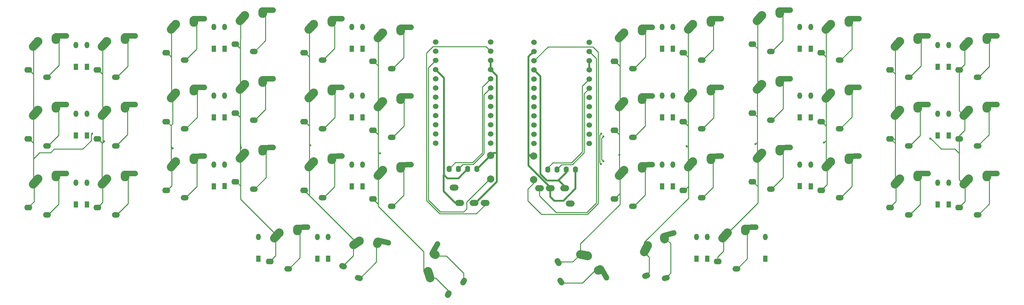
<source format=gtl>
G04 #@! TF.GenerationSoftware,KiCad,Pcbnew,(5.1.4)-1*
G04 #@! TF.CreationDate,2023-05-20T18:47:32-04:00*
G04 #@! TF.ProjectId,corne-light,636f726e-652d-46c6-9967-68742e6b6963,2.0*
G04 #@! TF.SameCoordinates,Original*
G04 #@! TF.FileFunction,Copper,L1,Top*
G04 #@! TF.FilePolarity,Positive*
%FSLAX46Y46*%
G04 Gerber Fmt 4.6, Leading zero omitted, Abs format (unit mm)*
G04 Created by KiCad (PCBNEW (5.1.4)-1) date 2023-05-20 18:47:32*
%MOMM*%
%LPD*%
G04 APERTURE LIST*
%ADD10O,1.300000X1.778000*%
%ADD11R,1.300000X1.778000*%
%ADD12O,1.397000X1.778000*%
%ADD13O,2.500000X1.700000*%
%ADD14C,2.000000*%
%ADD15C,2.400000*%
%ADD16C,2.400000*%
%ADD17C,1.500000*%
%ADD18C,1.500000*%
%ADD19C,1.600000*%
%ADD20C,1.600000*%
%ADD21O,2.400000X2.950000*%
%ADD22O,2.200000X1.600000*%
%ADD23O,2.200000X1.500000*%
%ADD24C,1.524000*%
%ADD25C,0.600000*%
%ADD26C,0.254000*%
%ADD27C,0.250000*%
%ADD28C,0.508000*%
%ADD29C,0.500000*%
G04 APERTURE END LIST*
D10*
X30187500Y-80916875D03*
D11*
X30187500Y-86916875D03*
D10*
X33187500Y-80920000D03*
D11*
X33187500Y-86920000D03*
D10*
X270684847Y-80920432D03*
D11*
X270684847Y-86920432D03*
D10*
X109187500Y-56920000D03*
D11*
X109187500Y-62920000D03*
D10*
X191684847Y-56920432D03*
D11*
X191684847Y-62920432D03*
D10*
X194684847Y-56920432D03*
D11*
X194684847Y-62920432D03*
D10*
X229684847Y-56915432D03*
D11*
X229684847Y-62915432D03*
D10*
X232684847Y-56920432D03*
D11*
X232684847Y-62920432D03*
D10*
X267684847Y-61920432D03*
D11*
X267684847Y-67920432D03*
D10*
X270684847Y-61920432D03*
D11*
X270684847Y-67920432D03*
D10*
X191684847Y-37920432D03*
D11*
X191684847Y-43920432D03*
D10*
X194684847Y-37920432D03*
D11*
X194684847Y-43920432D03*
D10*
X229684847Y-37915432D03*
D11*
X229684847Y-43915432D03*
D10*
X232684847Y-37920432D03*
D11*
X232684847Y-43920432D03*
D10*
X267684847Y-42920432D03*
D11*
X267684847Y-48920432D03*
D10*
X270684847Y-42920432D03*
D11*
X270684847Y-48920432D03*
D10*
X201194847Y-95915432D03*
D11*
X201194847Y-101915432D03*
D10*
X204194847Y-95915432D03*
D11*
X204194847Y-101915432D03*
D10*
X220184847Y-95930432D03*
D11*
X220184847Y-101930432D03*
D10*
X191684847Y-75920432D03*
D11*
X191684847Y-81920432D03*
D10*
X194684847Y-75920432D03*
D11*
X194684847Y-81920432D03*
D10*
X229684847Y-75915432D03*
D11*
X229684847Y-81915432D03*
D10*
X232684847Y-75920432D03*
D11*
X232684847Y-81920432D03*
D10*
X267684847Y-80920432D03*
D11*
X267684847Y-86920432D03*
D10*
X30187500Y-42916875D03*
D11*
X30187500Y-48916875D03*
D10*
X33187500Y-42920000D03*
D11*
X33187500Y-48920000D03*
D10*
X68187500Y-37920000D03*
D11*
X68187500Y-43920000D03*
D10*
X71187500Y-37915000D03*
D11*
X71187500Y-43915000D03*
D10*
X106187500Y-37920000D03*
D11*
X106187500Y-43920000D03*
D10*
X109187500Y-37920000D03*
D11*
X109187500Y-43920000D03*
D10*
X30187500Y-61916875D03*
D11*
X30187500Y-67916875D03*
D10*
X33187500Y-61920000D03*
D11*
X33187500Y-67920000D03*
D10*
X68187500Y-56920000D03*
D11*
X68187500Y-62920000D03*
D10*
X71187500Y-56915000D03*
D11*
X71187500Y-62915000D03*
D10*
X106187500Y-56920000D03*
D11*
X106187500Y-62920000D03*
D10*
X68187500Y-75920000D03*
D11*
X68187500Y-81920000D03*
D10*
X71187500Y-75915000D03*
D11*
X71187500Y-81915000D03*
D10*
X106187500Y-75920000D03*
D11*
X106187500Y-81920000D03*
D10*
X109187500Y-75920000D03*
D11*
X109187500Y-81920000D03*
D10*
X80507500Y-95910000D03*
D11*
X80507500Y-101910000D03*
D10*
X96687500Y-95905000D03*
D11*
X96687500Y-101905000D03*
D10*
X99687500Y-95905000D03*
D11*
X99687500Y-101905000D03*
D12*
X167877500Y-77310000D03*
X165337500Y-77310000D03*
X162797500Y-77310000D03*
X160257500Y-77310000D03*
X140648500Y-77168000D03*
X138108500Y-77168000D03*
X135568500Y-77168000D03*
X133028500Y-77168000D03*
D13*
X166407847Y-86665432D03*
X164907847Y-82465432D03*
X160907847Y-82465432D03*
X157907847Y-82465432D03*
X134414500Y-82332000D03*
X135914500Y-86532000D03*
X139914500Y-86532000D03*
X142914500Y-86532000D03*
D14*
X156374847Y-73567432D03*
X156374847Y-80067432D03*
X144504500Y-73421000D03*
X144504500Y-79921000D03*
D15*
X170221360Y-100937447D03*
D16*
X171199508Y-101145359D02*
X169243212Y-100729535D01*
D15*
X174341769Y-105060496D03*
D16*
X174579926Y-104922996D02*
X174103612Y-105197996D01*
D15*
X171148949Y-101130368D03*
D17*
X175682996Y-105902767D03*
D18*
X174947065Y-104653405D02*
X176418927Y-107152129D01*
D19*
X163007348Y-102828702D03*
D20*
X162857348Y-102568894D02*
X163157348Y-103088510D01*
D17*
X163825297Y-108245432D03*
D18*
X163650297Y-107942323D02*
X164000297Y-108548541D01*
D15*
X127520118Y-106359840D03*
D16*
X127211101Y-105408783D02*
X127829135Y-107310897D01*
D15*
X129030578Y-100729936D03*
D16*
X128792421Y-100592436D02*
X129268735Y-100867436D01*
D15*
X127223398Y-105460064D03*
D17*
X129089393Y-99147264D03*
D18*
X128375379Y-100409280D02*
X129803407Y-97885248D01*
D19*
X132764999Y-111661730D03*
D20*
X132614999Y-111921538D02*
X132914999Y-111401922D01*
D17*
X137047050Y-108245000D03*
D18*
X136872050Y-108548109D02*
X137222050Y-107941891D01*
D15*
X114056631Y-78251855D03*
D16*
X114725762Y-77508710D02*
X113387500Y-78995000D01*
D21*
X119687500Y-76745000D03*
D15*
X114687500Y-77545000D03*
D17*
X121087542Y-76004599D03*
D18*
X119637597Y-76017252D02*
X122537487Y-75991946D01*
D22*
X112087500Y-85445000D03*
D23*
X117187500Y-87445000D03*
D15*
X199553978Y-56877287D03*
D16*
X200223109Y-56134142D02*
X198884847Y-57620432D01*
D21*
X205184847Y-55370432D03*
D15*
X200184847Y-56170432D03*
D17*
X206584889Y-54630031D03*
D18*
X205134944Y-54642684D02*
X208034834Y-54617378D01*
D22*
X197584847Y-64070432D03*
D23*
X202684847Y-66070432D03*
D15*
X95056631Y-56876855D03*
D16*
X95725762Y-56133710D02*
X94387500Y-57620000D01*
D21*
X100687500Y-55370000D03*
D15*
X95687500Y-56170000D03*
D17*
X102087542Y-54629599D03*
D18*
X100637597Y-54642252D02*
X103537487Y-54616946D01*
D22*
X93087500Y-64070000D03*
D23*
X98187500Y-66070000D03*
D15*
X180553978Y-59252287D03*
D16*
X181223109Y-58509142D02*
X179884847Y-59995432D01*
D21*
X186184847Y-57745432D03*
D15*
X181184847Y-58545432D03*
D17*
X187584889Y-57005031D03*
D18*
X186134944Y-57017684D02*
X189034834Y-56992378D01*
D22*
X178584847Y-66445432D03*
D23*
X183684847Y-68445432D03*
D15*
X187308330Y-99174827D03*
D16*
X187762320Y-98283820D02*
X186854340Y-100065834D01*
D15*
X192357330Y-96261940D03*
D16*
X192286155Y-95996310D02*
X192428505Y-96527570D01*
D15*
X187734756Y-98328776D03*
D17*
X193518037Y-95184410D03*
D18*
X192120773Y-95571906D02*
X194915301Y-94796914D01*
D19*
X187268020Y-106632520D03*
D20*
X186978242Y-106710166D02*
X187557798Y-106554874D01*
D17*
X192711879Y-107244394D03*
D18*
X192373805Y-107334981D02*
X193049953Y-107153807D01*
D15*
X38056631Y-61626855D03*
D16*
X38725762Y-60883710D02*
X37387500Y-62370000D01*
D21*
X43687500Y-60120000D03*
D15*
X38687500Y-60920000D03*
D17*
X45087542Y-59379599D03*
D18*
X43637597Y-59392252D02*
X46537487Y-59366946D01*
D22*
X36087500Y-68820000D03*
D23*
X41187500Y-70820000D03*
D15*
X19056631Y-61626855D03*
D16*
X19725762Y-60883710D02*
X18387500Y-62370000D01*
D21*
X24687500Y-60120000D03*
D15*
X19687500Y-60920000D03*
D17*
X26087542Y-59379599D03*
D18*
X24637597Y-59392252D02*
X27537487Y-59366946D01*
D22*
X17087500Y-68820000D03*
D23*
X22187500Y-70820000D03*
D15*
X19056631Y-42626855D03*
D16*
X19725762Y-41883710D02*
X18387500Y-43370000D01*
D21*
X24687500Y-41120000D03*
D15*
X19687500Y-41920000D03*
D17*
X26087542Y-40379599D03*
D18*
X24637597Y-40392252D02*
X27537487Y-40366946D01*
D22*
X17087500Y-49820000D03*
D23*
X22187500Y-51820000D03*
D15*
X38056631Y-42626855D03*
D16*
X38725762Y-41883710D02*
X37387500Y-43370000D01*
D21*
X43687500Y-41120000D03*
D15*
X38687500Y-41920000D03*
D17*
X45087542Y-40379599D03*
D18*
X43637597Y-40392252D02*
X46537487Y-40366946D01*
D22*
X36087500Y-49820000D03*
D23*
X41187500Y-51820000D03*
D15*
X218553978Y-73502287D03*
D16*
X219223109Y-72759142D02*
X217884847Y-74245432D01*
D21*
X224184847Y-71995432D03*
D15*
X219184847Y-72795432D03*
D17*
X225584889Y-71255031D03*
D18*
X224134944Y-71267684D02*
X227034834Y-71242378D01*
D22*
X216584847Y-80695432D03*
D23*
X221684847Y-82695432D03*
D15*
X57056631Y-56876855D03*
D16*
X57725762Y-56133710D02*
X56387500Y-57620000D01*
D21*
X62687500Y-55370000D03*
D15*
X57687500Y-56170000D03*
D17*
X64087542Y-54629599D03*
D18*
X62637597Y-54642252D02*
X65537487Y-54616946D01*
D22*
X55087500Y-64070000D03*
D23*
X60187500Y-66070000D03*
D15*
X199553978Y-37877287D03*
D16*
X200223109Y-37134142D02*
X198884847Y-38620432D01*
D21*
X205184847Y-36370432D03*
D15*
X200184847Y-37170432D03*
D17*
X206584889Y-35630031D03*
D18*
X205134944Y-35642684D02*
X208034834Y-35617378D01*
D22*
X197584847Y-45070432D03*
D23*
X202684847Y-47070432D03*
D15*
X57056631Y-37876855D03*
D16*
X57725762Y-37133710D02*
X56387500Y-38620000D01*
D21*
X62687500Y-36370000D03*
D15*
X57687500Y-37170000D03*
D17*
X64087542Y-35629599D03*
D18*
X62637597Y-35642252D02*
X65537487Y-35616946D01*
D22*
X55087500Y-45070000D03*
D23*
X60187500Y-47070000D03*
D15*
X38056631Y-80626855D03*
D16*
X38725762Y-79883710D02*
X37387500Y-81370000D01*
D21*
X43687500Y-79120000D03*
D15*
X38687500Y-79920000D03*
D17*
X45087542Y-78379599D03*
D18*
X43637597Y-78392252D02*
X46537487Y-78366946D01*
D22*
X36087500Y-87820000D03*
D23*
X41187500Y-89820000D03*
D15*
X180553978Y-40252287D03*
D16*
X181223109Y-39509142D02*
X179884847Y-40995432D01*
D21*
X186184847Y-38745432D03*
D15*
X181184847Y-39545432D03*
D17*
X187584889Y-38005031D03*
D18*
X186134944Y-38017684D02*
X189034834Y-37992378D01*
D22*
X178584847Y-47445432D03*
D23*
X183684847Y-49445432D03*
D15*
X114056631Y-59251855D03*
D16*
X114725762Y-58508710D02*
X113387500Y-59995000D01*
D21*
X119687500Y-57745000D03*
D15*
X114687500Y-58545000D03*
D17*
X121087542Y-57004599D03*
D18*
X119637597Y-57017252D02*
X122537487Y-56991946D01*
D22*
X112087500Y-66445000D03*
D23*
X117187500Y-68445000D03*
D15*
X107515641Y-97553738D03*
D16*
X108354312Y-97009099D02*
X106676970Y-98098377D01*
D15*
X113344646Y-97555604D03*
D16*
X113415821Y-97289974D02*
X113273471Y-97821234D01*
D15*
X108307962Y-97034249D03*
D17*
X114888613Y-97202789D03*
D18*
X113484799Y-96839738D02*
X116292427Y-97565840D01*
D19*
X103751884Y-103992134D03*
D20*
X103462106Y-103914488D02*
X104041662Y-104069780D01*
D17*
X108160468Y-107243962D03*
D18*
X107822394Y-107153375D02*
X108498542Y-107334549D01*
D15*
X76056631Y-54501855D03*
D16*
X76725762Y-53758710D02*
X75387500Y-55245000D01*
D21*
X81687500Y-52995000D03*
D15*
X76687500Y-53795000D03*
D17*
X83087542Y-52254599D03*
D18*
X81637597Y-52267252D02*
X84537487Y-52241946D01*
D22*
X74087500Y-61695000D03*
D23*
X79187500Y-63695000D03*
D15*
X57056631Y-75876855D03*
D16*
X57725762Y-75133710D02*
X56387500Y-76620000D01*
D21*
X62687500Y-74370000D03*
D15*
X57687500Y-75170000D03*
D17*
X64087542Y-73629599D03*
D18*
X62637597Y-73642252D02*
X65537487Y-73616946D01*
D22*
X55087500Y-83070000D03*
D23*
X60187500Y-85070000D03*
D15*
X76056631Y-73501855D03*
D16*
X76725762Y-72758710D02*
X75387500Y-74245000D01*
D21*
X81687500Y-71995000D03*
D15*
X76687500Y-72795000D03*
D17*
X83087542Y-71254599D03*
D18*
X81637597Y-71267252D02*
X84537487Y-71241946D01*
D22*
X74087500Y-80695000D03*
D23*
X79187500Y-82695000D03*
D15*
X95056631Y-75876855D03*
D16*
X95725762Y-75133710D02*
X94387500Y-76620000D01*
D21*
X100687500Y-74370000D03*
D15*
X95687500Y-75170000D03*
D17*
X102087542Y-73629599D03*
D18*
X100637597Y-73642252D02*
X103537487Y-73616946D01*
D22*
X93087500Y-83070000D03*
D23*
X98187500Y-85070000D03*
D15*
X85556631Y-95501855D03*
D16*
X86225762Y-94758710D02*
X84887500Y-96245000D01*
D21*
X91187500Y-93995000D03*
D15*
X86187500Y-94795000D03*
D17*
X92587542Y-93254599D03*
D18*
X91137597Y-93267252D02*
X94037487Y-93241946D01*
D22*
X83587500Y-102695000D03*
D23*
X88687500Y-104695000D03*
D15*
X19056631Y-80626855D03*
D16*
X19725762Y-79883710D02*
X18387500Y-81370000D01*
D21*
X24687500Y-79120000D03*
D15*
X19687500Y-79920000D03*
D17*
X26087542Y-78379599D03*
D18*
X24637597Y-78392252D02*
X27537487Y-78366946D01*
D22*
X17087500Y-87820000D03*
D23*
X22187500Y-89820000D03*
D15*
X180553978Y-78252287D03*
D16*
X181223109Y-77509142D02*
X179884847Y-78995432D01*
D21*
X186184847Y-76745432D03*
D15*
X181184847Y-77545432D03*
D17*
X187584889Y-76005031D03*
D18*
X186134944Y-76017684D02*
X189034834Y-75992378D01*
D22*
X178584847Y-85445432D03*
D23*
X183684847Y-87445432D03*
D15*
X275553978Y-61627287D03*
D16*
X276223109Y-60884142D02*
X274884847Y-62370432D01*
D21*
X281184847Y-60120432D03*
D15*
X276184847Y-60920432D03*
D17*
X282584889Y-59380031D03*
D18*
X281134944Y-59392684D02*
X284034834Y-59367378D01*
D22*
X273584847Y-68820432D03*
D23*
X278684847Y-70820432D03*
D15*
X256553978Y-42627287D03*
D16*
X257223109Y-41884142D02*
X255884847Y-43370432D01*
D21*
X262184847Y-41120432D03*
D15*
X257184847Y-41920432D03*
D17*
X263584889Y-40380031D03*
D18*
X262134944Y-40392684D02*
X265034834Y-40367378D01*
D22*
X254584847Y-49820432D03*
D23*
X259684847Y-51820432D03*
D15*
X209053978Y-95502287D03*
D16*
X209723109Y-94759142D02*
X208384847Y-96245432D01*
D21*
X214684847Y-93995432D03*
D15*
X209684847Y-94795432D03*
D17*
X216084889Y-93255031D03*
D18*
X214634944Y-93267684D02*
X217534834Y-93242378D01*
D22*
X207084847Y-102695432D03*
D23*
X212184847Y-104695432D03*
D15*
X199553978Y-75877287D03*
D16*
X200223109Y-75134142D02*
X198884847Y-76620432D01*
D21*
X205184847Y-74370432D03*
D15*
X200184847Y-75170432D03*
D17*
X206584889Y-73630031D03*
D18*
X205134944Y-73642684D02*
X208034834Y-73617378D01*
D22*
X197584847Y-83070432D03*
D23*
X202684847Y-85070432D03*
D15*
X237553978Y-75877287D03*
D16*
X238223109Y-75134142D02*
X236884847Y-76620432D01*
D21*
X243184847Y-74370432D03*
D15*
X238184847Y-75170432D03*
D17*
X244584889Y-73630031D03*
D18*
X243134944Y-73642684D02*
X246034834Y-73617378D01*
D22*
X235584847Y-83070432D03*
D23*
X240684847Y-85070432D03*
D15*
X256553978Y-80627287D03*
D16*
X257223109Y-79884142D02*
X255884847Y-81370432D01*
D21*
X262184847Y-79120432D03*
D15*
X257184847Y-79920432D03*
D17*
X263584889Y-78380031D03*
D18*
X262134944Y-78392684D02*
X265034834Y-78367378D01*
D22*
X254584847Y-87820432D03*
D23*
X259684847Y-89820432D03*
D15*
X275553978Y-80627287D03*
D16*
X276223109Y-79884142D02*
X274884847Y-81370432D01*
D21*
X281184847Y-79120432D03*
D15*
X276184847Y-79920432D03*
D17*
X282584889Y-78380031D03*
D18*
X281134944Y-78392684D02*
X284034834Y-78367378D01*
D22*
X273584847Y-87820432D03*
D23*
X278684847Y-89820432D03*
D15*
X218553978Y-54502287D03*
D16*
X219223109Y-53759142D02*
X217884847Y-55245432D01*
D21*
X224184847Y-52995432D03*
D15*
X219184847Y-53795432D03*
D17*
X225584889Y-52255031D03*
D18*
X224134944Y-52267684D02*
X227034834Y-52242378D01*
D22*
X216584847Y-61695432D03*
D23*
X221684847Y-63695432D03*
D15*
X237553978Y-56877287D03*
D16*
X238223109Y-56134142D02*
X236884847Y-57620432D01*
D21*
X243184847Y-55370432D03*
D15*
X238184847Y-56170432D03*
D17*
X244584889Y-54630031D03*
D18*
X243134944Y-54642684D02*
X246034834Y-54617378D01*
D22*
X235584847Y-64070432D03*
D23*
X240684847Y-66070432D03*
D15*
X256553978Y-61627287D03*
D16*
X257223109Y-60884142D02*
X255884847Y-62370432D01*
D21*
X262184847Y-60120432D03*
D15*
X257184847Y-60920432D03*
D17*
X263584889Y-59380031D03*
D18*
X262134944Y-59392684D02*
X265034834Y-59367378D01*
D22*
X254584847Y-68820432D03*
D23*
X259684847Y-70820432D03*
D15*
X218553978Y-35502287D03*
D16*
X219223109Y-34759142D02*
X217884847Y-36245432D01*
D21*
X224184847Y-33995432D03*
D15*
X219184847Y-34795432D03*
D17*
X225584889Y-33255031D03*
D18*
X224134944Y-33267684D02*
X227034834Y-33242378D01*
D22*
X216584847Y-42695432D03*
D23*
X221684847Y-44695432D03*
D15*
X237553978Y-37877287D03*
D16*
X238223109Y-37134142D02*
X236884847Y-38620432D01*
D21*
X243184847Y-36370432D03*
D15*
X238184847Y-37170432D03*
D17*
X244584889Y-35630031D03*
D18*
X243134944Y-35642684D02*
X246034834Y-35617378D01*
D22*
X235584847Y-45070432D03*
D23*
X240684847Y-47070432D03*
D15*
X275553978Y-42627287D03*
D16*
X276223109Y-41884142D02*
X274884847Y-43370432D01*
D21*
X281184847Y-41120432D03*
D15*
X276184847Y-41920432D03*
D17*
X282584889Y-40380031D03*
D18*
X281134944Y-40392684D02*
X284034834Y-40367378D01*
D22*
X273584847Y-49820432D03*
D23*
X278684847Y-51820432D03*
D15*
X76056631Y-35501855D03*
D16*
X76725762Y-34758710D02*
X75387500Y-36245000D01*
D21*
X81687500Y-33995000D03*
D15*
X76687500Y-34795000D03*
D17*
X83087542Y-33254599D03*
D18*
X81637597Y-33267252D02*
X84537487Y-33241946D01*
D22*
X74087500Y-42695000D03*
D23*
X79187500Y-44695000D03*
D15*
X95056631Y-37876855D03*
D16*
X95725762Y-37133710D02*
X94387500Y-38620000D01*
D21*
X100687500Y-36370000D03*
D15*
X95687500Y-37170000D03*
D17*
X102087542Y-35629599D03*
D18*
X100637597Y-35642252D02*
X103537487Y-35616946D01*
D22*
X93087500Y-45070000D03*
D23*
X98187500Y-47070000D03*
D15*
X114056631Y-40251855D03*
D16*
X114725762Y-39508710D02*
X113387500Y-40995000D01*
D21*
X119687500Y-38745000D03*
D15*
X114687500Y-39545000D03*
D17*
X121087542Y-38004599D03*
D18*
X119637597Y-38017252D02*
X122537487Y-37991946D01*
D22*
X112087500Y-47445000D03*
D23*
X117187500Y-49445000D03*
D24*
X156454247Y-42208432D03*
X156454247Y-44748432D03*
X156454247Y-47288432D03*
X156454247Y-49828432D03*
X156454247Y-52368432D03*
X156454247Y-54908432D03*
X156454247Y-57448432D03*
X156454247Y-59988432D03*
X156454247Y-62528432D03*
X156454247Y-65068432D03*
X156454247Y-67608432D03*
X156454247Y-70148432D03*
X171674247Y-70148432D03*
X171674247Y-67608432D03*
X171674247Y-65068432D03*
X171674247Y-62528432D03*
X171674247Y-59988432D03*
X171674247Y-57448432D03*
X171674247Y-54908432D03*
X171674247Y-52368432D03*
X171674247Y-49828432D03*
X171674247Y-47288432D03*
X171674247Y-44748432D03*
X171674247Y-42208432D03*
X129283900Y-42082000D03*
X129283900Y-44622000D03*
X129283900Y-47162000D03*
X129283900Y-49702000D03*
X129283900Y-52242000D03*
X129283900Y-54782000D03*
X129283900Y-57322000D03*
X129283900Y-59862000D03*
X129283900Y-62402000D03*
X129283900Y-64942000D03*
X129283900Y-67482000D03*
X129283900Y-70022000D03*
X144503900Y-70022000D03*
X144503900Y-67482000D03*
X144503900Y-64942000D03*
X144503900Y-62402000D03*
X144503900Y-59862000D03*
X144503900Y-57322000D03*
X144503900Y-54782000D03*
X144503900Y-52242000D03*
X144503900Y-49702000D03*
X144503900Y-47162000D03*
X144503900Y-44622000D03*
X144503900Y-42082000D03*
D25*
X34697500Y-67410000D03*
X37984500Y-69494000D03*
X56884500Y-71461010D03*
X75637500Y-71190000D03*
X94797500Y-70620000D03*
X113984500Y-72835062D03*
X175514847Y-75010432D03*
X175514847Y-68200433D03*
X174894847Y-75770432D03*
X174964847Y-67370432D03*
X265644847Y-68717442D03*
X236382717Y-69847442D03*
X217444847Y-70301453D03*
X198523797Y-70834414D03*
X179944847Y-73240420D03*
D26*
X24727500Y-40840000D02*
X25055750Y-41168250D01*
D27*
X22187500Y-51791000D02*
X22187500Y-51820000D01*
X25494500Y-48484000D02*
X22187500Y-51791000D01*
X25494500Y-41607000D02*
X25494500Y-48484000D01*
X24727500Y-40840000D02*
X25494500Y-41607000D01*
D26*
X44055750Y-41168250D02*
X43727500Y-40840000D01*
D27*
X41437500Y-51820000D02*
X41187500Y-51820000D01*
X44494500Y-41607000D02*
X44494500Y-48763000D01*
X44494500Y-48763000D02*
X41437500Y-51820000D01*
X43727500Y-40840000D02*
X44494500Y-41607000D01*
D26*
X62727500Y-36090000D02*
X63055750Y-36418250D01*
D27*
X60437500Y-47070000D02*
X60187500Y-47070000D01*
X63464500Y-44043000D02*
X60437500Y-47070000D01*
X63464500Y-36827000D02*
X63464500Y-44043000D01*
X62727500Y-36090000D02*
X63464500Y-36827000D01*
D26*
X81727500Y-33715000D02*
X82055750Y-34043250D01*
D27*
X79437500Y-44695000D02*
X79187500Y-44695000D01*
X82454500Y-41678000D02*
X79437500Y-44695000D01*
X82454500Y-34442000D02*
X82454500Y-41678000D01*
X81727500Y-33715000D02*
X82454500Y-34442000D01*
D26*
X100727500Y-36090000D02*
X101055750Y-36418250D01*
D27*
X101484500Y-43834000D02*
X98248500Y-47070000D01*
X98248500Y-47070000D02*
X98187500Y-47070000D01*
X101484500Y-36847000D02*
X101484500Y-43834000D01*
X100727500Y-36090000D02*
X101484500Y-36847000D01*
D26*
X119727500Y-38465000D02*
X120055750Y-38793250D01*
D27*
X117437500Y-49445000D02*
X117187500Y-49445000D01*
X120484500Y-46398000D02*
X117437500Y-49445000D01*
X120484500Y-39222000D02*
X120484500Y-46398000D01*
X119727500Y-38465000D02*
X120484500Y-39222000D01*
D26*
X25055750Y-60168250D02*
X24727500Y-59840000D01*
D27*
X22437500Y-70820000D02*
X22187500Y-70820000D01*
X25464500Y-67793000D02*
X22437500Y-70820000D01*
X25464500Y-60577000D02*
X25464500Y-67793000D01*
X24727500Y-59840000D02*
X25464500Y-60577000D01*
D26*
X43727500Y-59840000D02*
X44055750Y-60168250D01*
D27*
X41298500Y-70820000D02*
X41187500Y-70820000D01*
X44444500Y-67674000D02*
X41298500Y-70820000D01*
X44444500Y-60557000D02*
X44444500Y-67674000D01*
X43727500Y-59840000D02*
X44444500Y-60557000D01*
D26*
X62727500Y-55090000D02*
X63055750Y-55418250D01*
D27*
X60437500Y-66070000D02*
X60187500Y-66070000D01*
X63604500Y-62903000D02*
X60437500Y-66070000D01*
X63604500Y-55967000D02*
X63604500Y-62903000D01*
X62727500Y-55090000D02*
X63604500Y-55967000D01*
D26*
X81727500Y-52715000D02*
X82055750Y-53043250D01*
D27*
X82444500Y-60688000D02*
X79437500Y-63695000D01*
X79437500Y-63695000D02*
X79187500Y-63695000D01*
X82444500Y-53432000D02*
X82444500Y-60688000D01*
X81727500Y-52715000D02*
X82444500Y-53432000D01*
D26*
X100727500Y-55090000D02*
X101055750Y-55418250D01*
D27*
X98437500Y-66070000D02*
X98187500Y-66070000D01*
X101564500Y-62943000D02*
X98437500Y-66070000D01*
X101564500Y-55927000D02*
X101564500Y-62943000D01*
X100727500Y-55090000D02*
X101564500Y-55927000D01*
D26*
X119727500Y-57465000D02*
X120055750Y-57793250D01*
D27*
X117437500Y-68445000D02*
X117187500Y-68445000D01*
X120604500Y-65278000D02*
X117437500Y-68445000D01*
X120604500Y-58342000D02*
X120604500Y-65278000D01*
X119727500Y-57465000D02*
X120604500Y-58342000D01*
D26*
X24727500Y-78840000D02*
X25055750Y-79168250D01*
D27*
X22437500Y-89820000D02*
X22187500Y-89820000D01*
X25424500Y-86833000D02*
X22437500Y-89820000D01*
X25424500Y-79537000D02*
X25424500Y-86833000D01*
X24727500Y-78840000D02*
X25424500Y-79537000D01*
D26*
X43727500Y-78840000D02*
X44055750Y-79168250D01*
D27*
X41437500Y-89820000D02*
X41187500Y-89820000D01*
X44534500Y-86723000D02*
X41437500Y-89820000D01*
X44534500Y-79647000D02*
X44534500Y-86723000D01*
X43727500Y-78840000D02*
X44534500Y-79647000D01*
D26*
X62727500Y-74090000D02*
X63055750Y-74418250D01*
D27*
X60437500Y-85070000D02*
X60187500Y-85070000D01*
X63534500Y-81973000D02*
X60437500Y-85070000D01*
X63534500Y-74897000D02*
X63534500Y-81973000D01*
X62727500Y-74090000D02*
X63534500Y-74897000D01*
D26*
X81727500Y-71715000D02*
X82055750Y-72043250D01*
D27*
X79437500Y-82695000D02*
X79187500Y-82695000D01*
X82584500Y-79548000D02*
X79437500Y-82695000D01*
X82584500Y-72572000D02*
X82584500Y-79548000D01*
X81727500Y-71715000D02*
X82584500Y-72572000D01*
D26*
X100727500Y-74090000D02*
X101055750Y-74418250D01*
D27*
X98437500Y-85070000D02*
X98187500Y-85070000D01*
X101484500Y-82023000D02*
X98437500Y-85070000D01*
X101484500Y-74847000D02*
X101484500Y-82023000D01*
X100727500Y-74090000D02*
X101484500Y-74847000D01*
D26*
X119727500Y-76465000D02*
X120055750Y-76793250D01*
D27*
X117437500Y-87445000D02*
X117187500Y-87445000D01*
X120494500Y-77232000D02*
X120494500Y-84388000D01*
X120494500Y-84388000D02*
X117437500Y-87445000D01*
X119727500Y-76465000D02*
X120494500Y-77232000D01*
D26*
X91227500Y-93715000D02*
X91555750Y-94043250D01*
D27*
X91914500Y-101718000D02*
X88937500Y-104695000D01*
X88937500Y-104695000D02*
X88687500Y-104695000D01*
X91914500Y-94402000D02*
X91914500Y-101718000D01*
X91227500Y-93715000D02*
X91914500Y-94402000D01*
X108584538Y-107243962D02*
X108160468Y-107243962D01*
X113004500Y-102824000D02*
X108584538Y-107243962D01*
X113004500Y-97746749D02*
X113004500Y-102824000D01*
X113455752Y-97295497D02*
X113004500Y-97746749D01*
X137047050Y-105926550D02*
X137047050Y-108245000D01*
X132284500Y-101164000D02*
X137047050Y-105926550D01*
X129416796Y-101164000D02*
X132284500Y-101164000D01*
X128808091Y-100555295D02*
X129416796Y-101164000D01*
D28*
X144503900Y-47162000D02*
X144503900Y-49702000D01*
X146214500Y-51412600D02*
X146214500Y-72711000D01*
X144503900Y-49702000D02*
X146214500Y-51412600D01*
X140757500Y-77168000D02*
X140648500Y-77168000D01*
X144504500Y-73421000D02*
X140757500Y-77168000D01*
X145214500Y-72711000D02*
X144504500Y-73421000D01*
X146214500Y-72711000D02*
X145214500Y-72711000D01*
X140382500Y-86532000D02*
X140648500Y-86798000D01*
X140336500Y-86532000D02*
X140382500Y-86532000D01*
X146214500Y-80654000D02*
X140336500Y-86532000D01*
X146214500Y-72711000D02*
X146214500Y-80654000D01*
X130499901Y-50918001D02*
X130548501Y-50918001D01*
X129283900Y-49702000D02*
X130499901Y-50918001D01*
X130548501Y-50918001D02*
X131584500Y-51954000D01*
X131584500Y-51954000D02*
X131584500Y-78754000D01*
X135552500Y-79724000D02*
X138108500Y-77168000D01*
X132554500Y-79724000D02*
X135552500Y-79724000D01*
X131584500Y-78754000D02*
X132554500Y-79724000D01*
X131544500Y-78794000D02*
X131584500Y-78754000D01*
X131544500Y-83314000D02*
X131544500Y-78794000D01*
X134762500Y-86532000D02*
X131544500Y-83314000D01*
X135914500Y-86532000D02*
X134762500Y-86532000D01*
D26*
X18377500Y-81380000D02*
X18524500Y-81527000D01*
X18524500Y-62233000D02*
X18377500Y-62380000D01*
X18377500Y-43380000D02*
X18524500Y-43527000D01*
X18534500Y-72474000D02*
X18534500Y-68844000D01*
X18534500Y-81223000D02*
X18377500Y-81380000D01*
X18377500Y-62380000D02*
X18534500Y-62537000D01*
D27*
X17330500Y-49820000D02*
X18524500Y-51014000D01*
X17087500Y-49820000D02*
X17330500Y-49820000D01*
D26*
X18524500Y-51014000D02*
X18524500Y-62233000D01*
X18524500Y-43527000D02*
X18524500Y-51014000D01*
D27*
X17330500Y-68820000D02*
X18534500Y-70024000D01*
X17087500Y-68820000D02*
X17330500Y-68820000D01*
D26*
X18534500Y-70024000D02*
X18534500Y-81223000D01*
X18534500Y-62537000D02*
X18534500Y-70024000D01*
D27*
X18674500Y-81677000D02*
X18377500Y-81380000D01*
X18674500Y-86174000D02*
X18674500Y-81677000D01*
X17087500Y-87761000D02*
X18674500Y-86174000D01*
X17087500Y-87820000D02*
X17087500Y-87761000D01*
X18534500Y-74323000D02*
X18534500Y-74372000D01*
X24197500Y-71660000D02*
X23197500Y-72660000D01*
X23197500Y-72660000D02*
X20197500Y-72660000D01*
X34397501Y-69334999D02*
X32072500Y-71660000D01*
X34397501Y-67709999D02*
X34397501Y-69334999D01*
X20197500Y-72660000D02*
X18534500Y-74323000D01*
X32072500Y-71660000D02*
X24197500Y-71660000D01*
X34697500Y-67410000D02*
X34397501Y-67709999D01*
D26*
X37377500Y-81380000D02*
X37524500Y-81527000D01*
X37524500Y-62233000D02*
X37377500Y-62380000D01*
X37377500Y-43380000D02*
X37524500Y-43527000D01*
X37384500Y-81373000D02*
X37384500Y-73094000D01*
X37377500Y-81380000D02*
X37384500Y-81373000D01*
X37384500Y-73094000D02*
X37384500Y-70094000D01*
X37384500Y-70094000D02*
X37684501Y-69793999D01*
X37684501Y-69793999D02*
X37984500Y-69494000D01*
D27*
X36280500Y-68820000D02*
X37384500Y-69924000D01*
X36087500Y-68820000D02*
X36280500Y-68820000D01*
D26*
X37384500Y-69924000D02*
X37384500Y-73094000D01*
D27*
X36380500Y-49820000D02*
X37524500Y-50964000D01*
X36087500Y-49820000D02*
X36380500Y-49820000D01*
D26*
X37524500Y-50964000D02*
X37524500Y-62233000D01*
X37524500Y-43527000D02*
X37524500Y-50964000D01*
D27*
X37544500Y-81547000D02*
X37377500Y-81380000D01*
X37544500Y-86363000D02*
X37544500Y-81547000D01*
X36087500Y-87820000D02*
X37544500Y-86363000D01*
D26*
X37614500Y-69694000D02*
X37384500Y-69924000D01*
X37614500Y-62617000D02*
X37614500Y-69694000D01*
X37377500Y-62380000D02*
X37614500Y-62617000D01*
X56377500Y-76630000D02*
X56524500Y-76777000D01*
X56524500Y-57483000D02*
X56377500Y-57630000D01*
X56377500Y-38630000D02*
X56524500Y-38777000D01*
X56384500Y-76623000D02*
X56377500Y-76630000D01*
X56384500Y-69294000D02*
X56384500Y-76623000D01*
D27*
X55087500Y-45070000D02*
X55360500Y-45070000D01*
X55360500Y-45070000D02*
X56524500Y-46234000D01*
D26*
X56524500Y-46234000D02*
X56524500Y-57483000D01*
X56524500Y-38777000D02*
X56524500Y-46234000D01*
X56384500Y-70961010D02*
X56584501Y-71161011D01*
X56584501Y-71161011D02*
X56884500Y-71461010D01*
X56384500Y-69294000D02*
X56384500Y-70961010D01*
X56384500Y-65264000D02*
X56384500Y-69065500D01*
X56384500Y-69065500D02*
X56384500Y-69294000D01*
D27*
X56384500Y-65204000D02*
X56384500Y-65264000D01*
X55250500Y-64070000D02*
X56384500Y-65204000D01*
X55087500Y-64070000D02*
X55250500Y-64070000D01*
D26*
X56384500Y-65104000D02*
X56384500Y-65264000D01*
X56854500Y-64634000D02*
X56384500Y-65104000D01*
X56854500Y-58107000D02*
X56854500Y-64634000D01*
X56377500Y-57630000D02*
X56854500Y-58107000D01*
D27*
X56634500Y-76887000D02*
X56377500Y-76630000D01*
X56634500Y-81773000D02*
X56634500Y-76887000D01*
X55337500Y-83070000D02*
X56634500Y-81773000D01*
X55087500Y-83070000D02*
X55337500Y-83070000D01*
D26*
X84877500Y-96255000D02*
X85024500Y-96402000D01*
X75377500Y-74255000D02*
X75524500Y-74402000D01*
X75484500Y-55148000D02*
X75377500Y-55255000D01*
X75524500Y-36402000D02*
X75524500Y-41258000D01*
X75524500Y-41258000D02*
X75484500Y-41298000D01*
X75377500Y-36255000D02*
X75524500Y-36402000D01*
X75377500Y-55255000D02*
X75524500Y-55402000D01*
X75484500Y-74148000D02*
X75377500Y-74255000D01*
X75377500Y-55255000D02*
X75484500Y-55362000D01*
D27*
X74325500Y-42695000D02*
X75484500Y-43854000D01*
X74087500Y-42695000D02*
X74325500Y-42695000D01*
D26*
X75484500Y-43854000D02*
X75484500Y-55148000D01*
X75484500Y-41298000D02*
X75484500Y-43854000D01*
D27*
X74265500Y-61695000D02*
X75484500Y-62914000D01*
X74087500Y-61695000D02*
X74265500Y-61695000D01*
D26*
X75484500Y-62914000D02*
X75484500Y-74148000D01*
X75484500Y-55362000D02*
X75484500Y-62914000D01*
D27*
X74395500Y-80695000D02*
X75524500Y-81824000D01*
X74087500Y-80695000D02*
X74395500Y-80695000D01*
D26*
X75524500Y-74402000D02*
X75524500Y-81824000D01*
D27*
X85174500Y-96552000D02*
X84877500Y-96255000D01*
X85174500Y-101108000D02*
X85174500Y-96552000D01*
X83587500Y-102695000D02*
X85174500Y-101108000D01*
D26*
X84877500Y-94842000D02*
X84877500Y-96255000D01*
X75524500Y-85489000D02*
X84877500Y-94842000D01*
X75524500Y-81824000D02*
X75524500Y-85489000D01*
X75584501Y-71557011D02*
X75584501Y-70194001D01*
X75613110Y-71585620D02*
X75584501Y-71557011D01*
X75637500Y-71190000D02*
X75613110Y-71585620D01*
X106664723Y-96647223D02*
X106664723Y-98105448D01*
X94524500Y-84507000D02*
X106664723Y-96647223D01*
X94377500Y-76630000D02*
X94524500Y-76777000D01*
X94484500Y-76523000D02*
X94377500Y-76630000D01*
X94377500Y-57630000D02*
X94524500Y-57777000D01*
X94524500Y-57483000D02*
X94377500Y-57630000D01*
X94377500Y-38630000D02*
X94524500Y-38777000D01*
X94534500Y-76473000D02*
X94377500Y-76630000D01*
X94377500Y-57630000D02*
X94534500Y-57787000D01*
D27*
X106664723Y-101079295D02*
X103751884Y-103992134D01*
X106664723Y-98105448D02*
X106664723Y-101079295D01*
D26*
X94524500Y-84494000D02*
X94524500Y-84507000D01*
X94524500Y-76777000D02*
X94524500Y-84494000D01*
D27*
X94494500Y-84494000D02*
X94524500Y-84494000D01*
X93087500Y-83087000D02*
X94494500Y-84494000D01*
X93087500Y-83070000D02*
X93087500Y-83087000D01*
X93360500Y-45070000D02*
X94524500Y-46234000D01*
X93087500Y-45070000D02*
X93360500Y-45070000D01*
D26*
X94524500Y-46234000D02*
X94524500Y-57483000D01*
X94524500Y-38777000D02*
X94524500Y-46234000D01*
D27*
X93087500Y-64070000D02*
X93330500Y-64070000D01*
X93330500Y-64070000D02*
X94534500Y-65274000D01*
D26*
X94534500Y-65274000D02*
X94534500Y-76473000D01*
X94534500Y-57787000D02*
X94534500Y-65274000D01*
X94721500Y-70620000D02*
X94797500Y-70620000D01*
X94534500Y-70807000D02*
X94721500Y-70620000D01*
X94534500Y-71774000D02*
X94534500Y-70807000D01*
X113524500Y-79152000D02*
X113524500Y-86882000D01*
X113377500Y-79005000D02*
X113524500Y-79152000D01*
X113524500Y-59858000D02*
X113377500Y-60005000D01*
X113377500Y-41005000D02*
X113524500Y-41152000D01*
X113524500Y-78858000D02*
X113377500Y-79005000D01*
X113377500Y-60005000D02*
X113524500Y-60152000D01*
D27*
X113524500Y-86882000D02*
X112087500Y-85445000D01*
X112087500Y-47445000D02*
X112305500Y-47445000D01*
X112305500Y-47445000D02*
X113524500Y-48664000D01*
D26*
X113524500Y-48664000D02*
X113524500Y-59858000D01*
X113524500Y-41152000D02*
X113524500Y-48664000D01*
D27*
X112087500Y-66445000D02*
X112285500Y-66445000D01*
X113464500Y-67624000D02*
X113524500Y-67624000D01*
X112285500Y-66445000D02*
X113464500Y-67624000D01*
D26*
X113524500Y-67624000D02*
X113524500Y-78858000D01*
X113524500Y-60152000D02*
X113524500Y-67624000D01*
X113560236Y-72835062D02*
X113984500Y-72835062D01*
X113524500Y-72870798D02*
X113560236Y-72835062D01*
X113524500Y-72934000D02*
X113524500Y-72870798D01*
D27*
X132764999Y-110714499D02*
X132764999Y-111661730D01*
X129344500Y-107294000D02*
X132764999Y-110714499D01*
X127863352Y-107294000D02*
X129344500Y-107294000D01*
X127832795Y-107324557D02*
X127863352Y-107294000D01*
D26*
X125984500Y-105476262D02*
X127832795Y-107324557D01*
X125984500Y-104704000D02*
X125984500Y-105476262D01*
D27*
X113524500Y-87504000D02*
X113524500Y-86882000D01*
X125984500Y-99964000D02*
X113524500Y-87504000D01*
X125984500Y-104704000D02*
X125984500Y-99964000D01*
D26*
X142914500Y-87132000D02*
X142914500Y-86532000D01*
X140522500Y-89524000D02*
X142914500Y-87132000D01*
X126824500Y-85894000D02*
X130454500Y-89524000D01*
X130454500Y-89524000D02*
X140522500Y-89524000D01*
X126824500Y-45124000D02*
X126824500Y-85894000D01*
X128594500Y-43354000D02*
X126824500Y-45124000D01*
X143235900Y-43354000D02*
X128594500Y-43354000D01*
X144503900Y-44622000D02*
X143235900Y-43354000D01*
X144217500Y-79921000D02*
X144504500Y-79921000D01*
X137834500Y-86304000D02*
X144217500Y-79921000D01*
X127278510Y-85705944D02*
X130586566Y-89014000D01*
X130586566Y-89014000D02*
X137024500Y-89014000D01*
X137834500Y-88204000D02*
X137834500Y-86304000D01*
X129283900Y-47162000D02*
X127278510Y-49167390D01*
X127278510Y-49167390D02*
X127278510Y-85705944D01*
X137024500Y-89014000D02*
X137834500Y-88204000D01*
X136266999Y-76469501D02*
X135568500Y-77168000D01*
X144503900Y-54782000D02*
X142638511Y-56647389D01*
X136888489Y-75848011D02*
X136266999Y-76469501D01*
X142638510Y-72882058D02*
X139672557Y-75848011D01*
X139672557Y-75848011D02*
X136888489Y-75848011D01*
X142638511Y-56647389D02*
X142638510Y-72882058D01*
X139484500Y-75394000D02*
X134784500Y-75394000D01*
X134784500Y-75394000D02*
X133028500Y-77150000D01*
X142184500Y-54561400D02*
X142184500Y-72694000D01*
X142184500Y-72694000D02*
X139484500Y-75394000D01*
X133028500Y-77150000D02*
X133028500Y-77168000D01*
X144503900Y-52242000D02*
X142184500Y-54561400D01*
X281224847Y-40840432D02*
X281653597Y-41269182D01*
D27*
X278934847Y-51820432D02*
X278684847Y-51820432D01*
X281934847Y-48820432D02*
X278934847Y-51820432D01*
X281934847Y-41550432D02*
X281934847Y-48820432D01*
X281224847Y-40840432D02*
X281934847Y-41550432D01*
D26*
X262224847Y-40840432D02*
X262653597Y-41269182D01*
D27*
X259934847Y-51820432D02*
X259684847Y-51820432D01*
X263074847Y-48680432D02*
X259934847Y-51820432D01*
X263074847Y-41690432D02*
X263074847Y-48680432D01*
X262224847Y-40840432D02*
X263074847Y-41690432D01*
D26*
X243224847Y-36090432D02*
X243653597Y-36519182D01*
D27*
X240934847Y-47070432D02*
X240684847Y-47070432D01*
X244014847Y-43990432D02*
X240934847Y-47070432D01*
X244014847Y-36880432D02*
X244014847Y-43990432D01*
X243224847Y-36090432D02*
X244014847Y-36880432D01*
D26*
X224224847Y-33715432D02*
X224653597Y-34144182D01*
D27*
X224994847Y-41635432D02*
X221934847Y-44695432D01*
X224994847Y-34485432D02*
X224994847Y-41635432D01*
X221934847Y-44695432D02*
X221684847Y-44695432D01*
X224224847Y-33715432D02*
X224994847Y-34485432D01*
D26*
X205224847Y-36090432D02*
X205653597Y-36519182D01*
D27*
X202934847Y-47070432D02*
X202684847Y-47070432D01*
X205874847Y-44130432D02*
X202934847Y-47070432D01*
X205874847Y-36740432D02*
X205874847Y-44130432D01*
X205224847Y-36090432D02*
X205874847Y-36740432D01*
D26*
X186224847Y-38465432D02*
X186653597Y-38894182D01*
D27*
X187184847Y-46195432D02*
X183934847Y-49445432D01*
X187184847Y-39425432D02*
X187184847Y-46195432D01*
X183934847Y-49445432D02*
X183684847Y-49445432D01*
X186224847Y-38465432D02*
X187184847Y-39425432D01*
D26*
X281224847Y-59840432D02*
X281653597Y-60269182D01*
D27*
X278714847Y-70820432D02*
X278684847Y-70820432D01*
X281824847Y-67710432D02*
X278714847Y-70820432D01*
X281824847Y-60440432D02*
X281824847Y-67710432D01*
X281224847Y-59840432D02*
X281824847Y-60440432D01*
D26*
X262224847Y-59840432D02*
X262653597Y-60269182D01*
D27*
X262864847Y-67890432D02*
X259934847Y-70820432D01*
X262864847Y-60480432D02*
X262864847Y-67890432D01*
X259934847Y-70820432D02*
X259684847Y-70820432D01*
X262224847Y-59840432D02*
X262864847Y-60480432D01*
D26*
X243224847Y-55090432D02*
X243653597Y-55519182D01*
D27*
X244014847Y-62820432D02*
X240764847Y-66070432D01*
X240764847Y-66070432D02*
X240684847Y-66070432D01*
X244014847Y-55880432D02*
X244014847Y-62820432D01*
X243224847Y-55090432D02*
X244014847Y-55880432D01*
D26*
X224224847Y-52715432D02*
X224653597Y-53144182D01*
D27*
X225054847Y-53545432D02*
X225054847Y-60575432D01*
X221934847Y-63695432D02*
X221684847Y-63695432D01*
X225054847Y-60575432D02*
X221934847Y-63695432D01*
X224224847Y-52715432D02*
X225054847Y-53545432D01*
D26*
X205224847Y-55090432D02*
X205653597Y-55519182D01*
D27*
X202934847Y-66070432D02*
X202684847Y-66070432D01*
X205984847Y-63020432D02*
X202934847Y-66070432D01*
X205984847Y-55850432D02*
X205984847Y-63020432D01*
X205224847Y-55090432D02*
X205984847Y-55850432D01*
D26*
X186224847Y-57465432D02*
X186653597Y-57894182D01*
D27*
X183934847Y-68445432D02*
X183684847Y-68445432D01*
X187074847Y-58315432D02*
X187074847Y-65305432D01*
X187074847Y-65305432D02*
X183934847Y-68445432D01*
X186224847Y-57465432D02*
X187074847Y-58315432D01*
D26*
X175034847Y-68680433D02*
X175514847Y-68200433D01*
X175034847Y-74530432D02*
X175034847Y-68680433D01*
X175514847Y-75010432D02*
X175034847Y-74530432D01*
X281224847Y-78840432D02*
X281653597Y-79269182D01*
D27*
X278934847Y-89820432D02*
X278684847Y-89820432D01*
X281934847Y-86820432D02*
X278934847Y-89820432D01*
X281934847Y-79550432D02*
X281934847Y-86820432D01*
X281224847Y-78840432D02*
X281934847Y-79550432D01*
D26*
X262224847Y-78840432D02*
X262653597Y-79269182D01*
D27*
X259934847Y-89820432D02*
X259684847Y-89820432D01*
X262814847Y-86940432D02*
X259934847Y-89820432D01*
X262814847Y-79430432D02*
X262814847Y-86940432D01*
X262224847Y-78840432D02*
X262814847Y-79430432D01*
D26*
X243224847Y-74090432D02*
X243653597Y-74519182D01*
D27*
X244014847Y-81990432D02*
X240934847Y-85070432D01*
X240934847Y-85070432D02*
X240684847Y-85070432D01*
X244014847Y-74880432D02*
X244014847Y-81990432D01*
X243224847Y-74090432D02*
X244014847Y-74880432D01*
D26*
X224224847Y-71715432D02*
X224653597Y-72144182D01*
D27*
X221889847Y-82695432D02*
X221684847Y-82695432D01*
X225054847Y-79530432D02*
X221889847Y-82695432D01*
X225054847Y-72545432D02*
X225054847Y-79530432D01*
X224224847Y-71715432D02*
X225054847Y-72545432D01*
D26*
X205224847Y-74090432D02*
X205653597Y-74519182D01*
D27*
X205764847Y-82240432D02*
X202934847Y-85070432D01*
X205764847Y-74630432D02*
X205764847Y-82240432D01*
X202934847Y-85070432D02*
X202684847Y-85070432D01*
X205224847Y-74090432D02*
X205764847Y-74630432D01*
X183934847Y-87445432D02*
X183684847Y-87445432D01*
X187024847Y-84355432D02*
X183934847Y-87445432D01*
X187024847Y-77265432D02*
X187024847Y-84355432D01*
X186224847Y-76465432D02*
X187024847Y-77265432D01*
D26*
X214724847Y-93715432D02*
X215153597Y-94144182D01*
D27*
X215214847Y-101915432D02*
X212434847Y-104695432D01*
X212434847Y-104695432D02*
X212184847Y-104695432D01*
X215214847Y-94205432D02*
X215214847Y-101915432D01*
X214724847Y-93715432D02*
X215214847Y-94205432D01*
D26*
X174664848Y-67670431D02*
X174964847Y-67370432D01*
X174564848Y-67770431D02*
X174664848Y-67670431D01*
X174894847Y-75770432D02*
X174564848Y-75440433D01*
X174564848Y-75440433D02*
X174564848Y-67770431D01*
D27*
X193635056Y-106321217D02*
X192711879Y-107244394D01*
X194084847Y-105871426D02*
X193635056Y-106321217D01*
X194084847Y-97742477D02*
X194084847Y-105871426D01*
X192323498Y-95981128D02*
X194084847Y-97742477D01*
D26*
X174604256Y-104955137D02*
X173786882Y-104955137D01*
D27*
X164190297Y-108610432D02*
X163825297Y-108245432D01*
X169774847Y-108610432D02*
X164190297Y-108610432D01*
X173430142Y-104955137D02*
X169774847Y-108610432D01*
X174604256Y-104955137D02*
X173430142Y-104955137D01*
D26*
X170958858Y-89186421D02*
X162524836Y-89186421D01*
X173626246Y-86519033D02*
X170958858Y-89186421D01*
X157907847Y-84569432D02*
X157907847Y-82465432D01*
X173626246Y-68361861D02*
X173626246Y-86519033D01*
X157907847Y-82465432D02*
X157907847Y-83465432D01*
X162524836Y-89186421D02*
X157907847Y-84569432D01*
X173623836Y-68359451D02*
X173626246Y-68361861D01*
X173623835Y-46698020D02*
X173623836Y-68359451D01*
X171674247Y-44748432D02*
X173623835Y-46698020D01*
X171674247Y-52368432D02*
X169744847Y-54297832D01*
X160109847Y-76975432D02*
X160109847Y-77310432D01*
X166718858Y-75466421D02*
X161618858Y-75466421D01*
X169744847Y-54297832D02*
X169744847Y-72440432D01*
X161618858Y-75466421D02*
X160109847Y-76975432D01*
X169744847Y-72440432D02*
X166718858Y-75466421D01*
X164039847Y-75920432D02*
X162649847Y-77310432D01*
X170198858Y-56383821D02*
X170198858Y-72686421D01*
X166964847Y-75920432D02*
X164039847Y-75920432D01*
X171674247Y-54908432D02*
X170198858Y-56383821D01*
X170198858Y-72686421D02*
X166964847Y-75920432D01*
X156374847Y-81067432D02*
X156374847Y-80067432D01*
X154684847Y-85912500D02*
X154684847Y-82757432D01*
X158412779Y-89640432D02*
X154684847Y-85912500D01*
X154684847Y-82757432D02*
X156374847Y-81067432D01*
X171146915Y-89640432D02*
X158412779Y-89640432D01*
X174080257Y-86707090D02*
X171146915Y-89640432D01*
X174077846Y-68171393D02*
X174080257Y-68173804D01*
X156454247Y-47288432D02*
X160272247Y-43470432D01*
X174077846Y-67569471D02*
X174077846Y-68171393D01*
X174080257Y-67567060D02*
X174077846Y-67569471D01*
X174080257Y-68173804D02*
X174080257Y-86707090D01*
X160272247Y-43470432D02*
X172704847Y-43470432D01*
X174080257Y-44845842D02*
X174080257Y-67567060D01*
X172704847Y-43470432D02*
X174080257Y-44845842D01*
X275122347Y-48282932D02*
X273584847Y-49820432D01*
X275122347Y-43627932D02*
X275122347Y-48282932D01*
X274874847Y-43380432D02*
X275122347Y-43627932D01*
X274874847Y-81380432D02*
X275122347Y-81627932D01*
X273584847Y-61090432D02*
X274874847Y-62380432D01*
X273584847Y-49820432D02*
X273584847Y-61090432D01*
X273584847Y-80090432D02*
X274874847Y-81380432D01*
X273584847Y-71440432D02*
X273584847Y-80090432D01*
X273584847Y-68820432D02*
X273584847Y-71440432D01*
X273584847Y-68000432D02*
X273584847Y-68820432D01*
X275122347Y-66462932D02*
X273584847Y-68000432D01*
X275122347Y-62627932D02*
X275122347Y-66462932D01*
X274874847Y-62380432D02*
X275122347Y-62627932D01*
D27*
X273584847Y-87740432D02*
X275174847Y-86150432D01*
X275174847Y-81680432D02*
X274874847Y-81380432D01*
X275174847Y-86150432D02*
X275174847Y-81680432D01*
X273584847Y-87820432D02*
X273584847Y-87740432D01*
X272447500Y-71660000D02*
X273584847Y-72797347D01*
X268697500Y-71660000D02*
X272447500Y-71660000D01*
X265754942Y-68717442D02*
X268697500Y-71660000D01*
X265644847Y-68717442D02*
X265754942Y-68717442D01*
D26*
X255874847Y-81380432D02*
X256122347Y-81627932D01*
X256044847Y-81210432D02*
X255874847Y-81380432D01*
X255944847Y-62310432D02*
X255874847Y-62380432D01*
X255874847Y-43380432D02*
X255944847Y-43450432D01*
X255944847Y-81310432D02*
X255874847Y-81380432D01*
X255874847Y-62380432D02*
X255944847Y-62450432D01*
X255744847Y-68940432D02*
X255944847Y-68740432D01*
X255744847Y-69062932D02*
X255744847Y-68940432D01*
X255944847Y-62450432D02*
X255944847Y-68740432D01*
D27*
X254724847Y-68820432D02*
X255944847Y-70040432D01*
X254584847Y-68820432D02*
X254724847Y-68820432D01*
D26*
X255944847Y-70040432D02*
X255944847Y-81310432D01*
X255944847Y-68740432D02*
X255944847Y-70040432D01*
D27*
X255944847Y-50930432D02*
X255944847Y-50960432D01*
X254584847Y-49820432D02*
X254834847Y-49820432D01*
X254834847Y-49820432D02*
X255944847Y-50930432D01*
D26*
X255944847Y-50960432D02*
X255944847Y-62310432D01*
X255944847Y-43450432D02*
X255944847Y-50960432D01*
D27*
X254584847Y-87700432D02*
X254584847Y-87820432D01*
X256184847Y-81690432D02*
X256184847Y-86100432D01*
X256184847Y-86100432D02*
X254584847Y-87700432D01*
X255874847Y-81380432D02*
X256184847Y-81690432D01*
D26*
X236874847Y-76630432D02*
X237122347Y-76877932D01*
X236944847Y-57560432D02*
X236874847Y-57630432D01*
X236874847Y-38630432D02*
X236944847Y-38700432D01*
X236944847Y-76560432D02*
X236874847Y-76630432D01*
X236874847Y-57630432D02*
X236944847Y-57700432D01*
D27*
X235754847Y-45070432D02*
X236944847Y-46260432D01*
X235584847Y-45070432D02*
X235754847Y-45070432D01*
D26*
X236944847Y-46260432D02*
X236944847Y-57560432D01*
X236944847Y-38700432D02*
X236944847Y-46260432D01*
D27*
X235754847Y-64070432D02*
X236944847Y-65260432D01*
X235584847Y-64070432D02*
X235754847Y-64070432D01*
D26*
X236944847Y-65260432D02*
X236944847Y-76560432D01*
X236944847Y-57700432D02*
X236944847Y-65260432D01*
X236689727Y-69540432D02*
X236682716Y-69547443D01*
X236944847Y-69540432D02*
X236689727Y-69540432D01*
X236682716Y-69547443D02*
X236382717Y-69847442D01*
D27*
X237194847Y-76950432D02*
X236874847Y-76630432D01*
X237194847Y-81450432D02*
X237194847Y-76950432D01*
X235584847Y-83060432D02*
X237194847Y-81450432D01*
X235584847Y-83070432D02*
X235584847Y-83060432D01*
D26*
X208374847Y-96255432D02*
X208622347Y-96502932D01*
X218122347Y-86507932D02*
X208374847Y-96255432D01*
X217874847Y-74255432D02*
X218122347Y-74502932D01*
X217944847Y-74185432D02*
X217874847Y-74255432D01*
X217874847Y-55255432D02*
X217944847Y-55325432D01*
X218094847Y-55035432D02*
X217874847Y-55255432D01*
X217874847Y-36255432D02*
X218094847Y-36475432D01*
D27*
X217892347Y-81752932D02*
X218122347Y-81752932D01*
X216584847Y-80695432D02*
X216834847Y-80695432D01*
X216834847Y-80695432D02*
X217892347Y-81752932D01*
D26*
X218122347Y-81752932D02*
X218122347Y-86507932D01*
X218122347Y-74502932D02*
X218122347Y-81752932D01*
D27*
X216889847Y-61695432D02*
X217944847Y-62750432D01*
X216584847Y-61695432D02*
X216889847Y-61695432D01*
D26*
X217944847Y-62750432D02*
X217944847Y-74185432D01*
X217944847Y-55325432D02*
X217944847Y-62750432D01*
D27*
X216834847Y-42695432D02*
X218089847Y-43950432D01*
X216584847Y-42695432D02*
X216834847Y-42695432D01*
X218089847Y-43950432D02*
X218094847Y-43950432D01*
D26*
X218094847Y-43950432D02*
X218094847Y-55035432D01*
X218094847Y-36475432D02*
X218094847Y-43950432D01*
X217805868Y-69940432D02*
X217744846Y-70001454D01*
X217744846Y-70001454D02*
X217444847Y-70301453D01*
X217944847Y-69940432D02*
X217805868Y-69940432D01*
D27*
X207084847Y-101445432D02*
X207084847Y-102695432D01*
X208664847Y-99865432D02*
X207084847Y-101445432D01*
X208664847Y-96545432D02*
X208664847Y-99865432D01*
X208374847Y-96255432D02*
X208664847Y-96545432D01*
D26*
X186847269Y-100078081D02*
X186847269Y-100145354D01*
X198944847Y-57560432D02*
X198874847Y-57630432D01*
X198874847Y-38630432D02*
X198944847Y-38700432D01*
X198844847Y-76600432D02*
X198874847Y-76630432D01*
X198944847Y-76560432D02*
X198874847Y-76630432D01*
X198874847Y-57630432D02*
X198944847Y-57700432D01*
X186847269Y-97383010D02*
X186847269Y-100078081D01*
X198994847Y-85235432D02*
X186847269Y-97383010D01*
X198874847Y-76630432D02*
X198994847Y-76750432D01*
D27*
X188191197Y-105709343D02*
X187268020Y-106632520D01*
X188191197Y-101506782D02*
X188191197Y-105709343D01*
X186847269Y-100162854D02*
X188191197Y-101506782D01*
X186847269Y-100078081D02*
X186847269Y-100162854D01*
X197704847Y-45070432D02*
X198944847Y-46310432D01*
X197584847Y-45070432D02*
X197704847Y-45070432D01*
D26*
X198944847Y-46310432D02*
X198944847Y-57560432D01*
X198944847Y-38700432D02*
X198944847Y-46310432D01*
D27*
X197754847Y-64070432D02*
X198944847Y-65260432D01*
X197584847Y-64070432D02*
X197754847Y-64070432D01*
D26*
X198944847Y-65260432D02*
X198944847Y-76560432D01*
X198944847Y-57700432D02*
X198944847Y-65260432D01*
D27*
X197864847Y-83070432D02*
X198994847Y-81940432D01*
X197584847Y-83070432D02*
X197864847Y-83070432D01*
D26*
X198994847Y-81940432D02*
X198994847Y-85235432D01*
X198994847Y-76750432D02*
X198994847Y-81940432D01*
X198850866Y-71134413D02*
X198823796Y-71134413D01*
X198823796Y-71134413D02*
X198523797Y-70834414D01*
X198944847Y-71040432D02*
X198850866Y-71134413D01*
X179944847Y-78935432D02*
X179874847Y-79005432D01*
X179944847Y-73240432D02*
X179944847Y-78935432D01*
X179874847Y-60005432D02*
X179874847Y-61259432D01*
X179874847Y-61259432D02*
X179971848Y-61356433D01*
X169229552Y-97781977D02*
X169229552Y-100725875D01*
X180094847Y-86916682D02*
X169229552Y-97781977D01*
X179874847Y-79005432D02*
X180094847Y-79225432D01*
D27*
X167126725Y-102828702D02*
X163007348Y-102828702D01*
X169229552Y-100725875D02*
X167126725Y-102828702D01*
D26*
X180094847Y-83890432D02*
X180094847Y-86916682D01*
X180094847Y-79225432D02*
X180094847Y-83890432D01*
D27*
X180094847Y-83935432D02*
X180094847Y-83890432D01*
X178584847Y-85445432D02*
X180094847Y-83935432D01*
X178584847Y-66445432D02*
X178763849Y-66445432D01*
D26*
X179971848Y-67653431D02*
X179971848Y-73213431D01*
D27*
X178763849Y-66445432D02*
X179971848Y-67653431D01*
D26*
X179971848Y-61356433D02*
X179971848Y-67653431D01*
D27*
X178769847Y-47445432D02*
X179944847Y-48620432D01*
X178584847Y-47445432D02*
X178769847Y-47445432D01*
D26*
X180124847Y-59755432D02*
X179874847Y-60005432D01*
X180124847Y-48800432D02*
X180124847Y-59755432D01*
X179944847Y-48620432D02*
X180124847Y-48800432D01*
X180124847Y-41255432D02*
X180124847Y-48800432D01*
X179874847Y-41005432D02*
X180124847Y-41255432D01*
X179971848Y-73213431D02*
X179944847Y-73240432D01*
X179944847Y-73240432D02*
X179944847Y-73240420D01*
D29*
X165284847Y-77310432D02*
X165189847Y-77310432D01*
X165314847Y-77340432D02*
X165284847Y-77310432D01*
X165314847Y-78120432D02*
X165314847Y-77340432D01*
X163104847Y-80330432D02*
X165314847Y-78120432D01*
X162169847Y-80330432D02*
X163104847Y-80330432D01*
X156454247Y-49828432D02*
X158194847Y-51569032D01*
X158194847Y-51569032D02*
X158194847Y-78534812D01*
X158194847Y-78534812D02*
X159990467Y-80330432D01*
X159990467Y-80330432D02*
X162169847Y-80330432D01*
X164907847Y-81973432D02*
X164907847Y-82465432D01*
X163264847Y-80330432D02*
X164907847Y-81973432D01*
X162169847Y-80330432D02*
X163264847Y-80330432D01*
D28*
X154854847Y-46140432D02*
X154854847Y-73047432D01*
X155484848Y-45510431D02*
X154854847Y-46140432D01*
X155692248Y-45510431D02*
X155484848Y-45510431D01*
X156454247Y-44748432D02*
X155692248Y-45510431D01*
D29*
X171674247Y-47288432D02*
X171674247Y-49828432D01*
X167759847Y-77340432D02*
X167854847Y-77340432D01*
X167729847Y-77310432D02*
X167759847Y-77340432D01*
D28*
X155374847Y-73567432D02*
X156374847Y-73567432D01*
X154854847Y-73047432D02*
X155374847Y-73567432D01*
X160907847Y-82465432D02*
X160907847Y-83465432D01*
X160907847Y-82243432D02*
X160907847Y-82465432D01*
X154854847Y-76190432D02*
X160907847Y-82243432D01*
X154854847Y-73047432D02*
X154854847Y-76190432D01*
D29*
X160907847Y-84815432D02*
X160907847Y-83465432D01*
X160907847Y-84833432D02*
X160907847Y-84815432D01*
X161994847Y-85920432D02*
X160907847Y-84833432D01*
X167854847Y-82590432D02*
X164524847Y-85920432D01*
X164524847Y-85920432D02*
X161994847Y-85920432D01*
X167854847Y-77340432D02*
X167854847Y-82590432D01*
M02*

</source>
